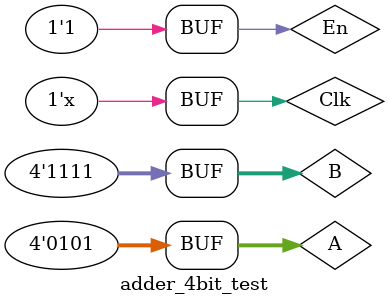
<source format=v>
`timescale 1ns / 1ps
module adder_4bit_test;
	// Inputs
	reg [3:0] A;
	reg [3:0] B;
	reg Clk;
	reg En;
	// Outputs
	wire [3:0] Sum;
	wire Overflow;
	// Instantiate the Unit Under Test (UUT)
	adder uut (
		.A(A), 
		.B(B), 
		.Clk(Clk), 
		.En(En), 
		.Sum(Sum), 
		.Overflow(Overflow)
	);

	initial begin
		// Initialize Inputs
		A = 4'b0101;
		B = 4'b1111;
		Clk = 0;
		En = 1;
		$monitor("%04dns : A=%d, B=%d, Sum=%d, Overflow=%d",$time, A, B, Sum, Overflow);
	end
	always #100
	begin
		Clk = ~Clk;
	end
endmodule


</source>
